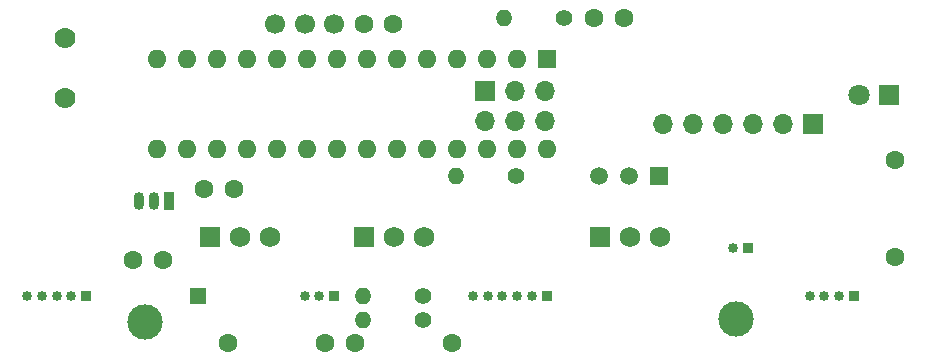
<source format=gbs>
G04 #@! TF.FileFunction,Soldermask,Bot*
%FSLAX46Y46*%
G04 Gerber Fmt 4.6, Leading zero omitted, Abs format (unit mm)*
G04 Created by KiCad (PCBNEW 4.0.7) date 06/15/19 11:15:53*
%MOMM*%
%LPD*%
G01*
G04 APERTURE LIST*
%ADD10C,0.100000*%
%ADD11R,0.850000X0.850000*%
%ADD12C,0.850000*%
%ADD13R,1.700000X1.700000*%
%ADD14O,1.700000X1.700000*%
%ADD15C,1.400000*%
%ADD16O,1.400000X1.400000*%
%ADD17C,1.750000*%
%ADD18R,1.750000X1.750000*%
%ADD19C,1.778000*%
%ADD20R,1.600000X1.600000*%
%ADD21O,1.600000X1.600000*%
%ADD22C,1.600000*%
%ADD23C,1.700000*%
%ADD24R,1.800000X1.800000*%
%ADD25C,1.800000*%
%ADD26C,3.000000*%
%ADD27O,0.900000X1.500000*%
%ADD28R,0.900000X1.500000*%
%ADD29R,1.350000X1.350000*%
%ADD30C,1.520000*%
%ADD31R,1.520000X1.520000*%
G04 APERTURE END LIST*
D10*
D11*
X205998000Y-112365000D03*
D12*
X204748000Y-112365000D03*
X203498000Y-112365000D03*
X202248000Y-112365000D03*
D13*
X202498000Y-97865000D03*
D14*
X199958000Y-97865000D03*
X197418000Y-97865000D03*
X194878000Y-97865000D03*
X192338000Y-97865000D03*
X189798000Y-97865000D03*
D15*
X169505000Y-112395000D03*
D16*
X164425000Y-112395000D03*
D17*
X156578000Y-107365000D03*
X154038000Y-107365000D03*
D18*
X151498000Y-107365000D03*
D19*
X139192000Y-95631000D03*
X139192000Y-90551000D03*
D20*
X179998000Y-92365000D03*
D21*
X146978000Y-99985000D03*
X177458000Y-92365000D03*
X149518000Y-99985000D03*
X174918000Y-92365000D03*
X152058000Y-99985000D03*
X172378000Y-92365000D03*
X154598000Y-99985000D03*
X169838000Y-92365000D03*
X157138000Y-99985000D03*
X167298000Y-92365000D03*
X159678000Y-99985000D03*
X164758000Y-92365000D03*
X162218000Y-99985000D03*
X162218000Y-92365000D03*
X164758000Y-99985000D03*
X159678000Y-92365000D03*
X167298000Y-99985000D03*
X157138000Y-92365000D03*
X169838000Y-99985000D03*
X154598000Y-92365000D03*
X172378000Y-99985000D03*
X152058000Y-92365000D03*
X174918000Y-99985000D03*
X149518000Y-92365000D03*
X177458000Y-99985000D03*
X146978000Y-92365000D03*
X179998000Y-99985000D03*
D22*
X161248000Y-116365000D03*
X152998000Y-116365000D03*
D23*
X156998000Y-89365000D03*
X159498000Y-89365000D03*
X161998000Y-89365000D03*
D22*
X150998000Y-103365000D03*
X153498000Y-103365000D03*
X144998000Y-109365000D03*
X147498000Y-109365000D03*
D24*
X208998000Y-95365000D03*
D25*
X206458000Y-95365000D03*
D11*
X196998000Y-108365000D03*
D12*
X195748000Y-108365000D03*
D26*
X195998000Y-114365000D03*
X145998000Y-114619000D03*
D27*
X146728000Y-104365000D03*
X145458000Y-104365000D03*
D28*
X147998000Y-104365000D03*
D22*
X166998000Y-89365000D03*
X164498000Y-89365000D03*
X163748000Y-116365000D03*
X171998000Y-116365000D03*
X209498000Y-109115000D03*
X209498000Y-100865000D03*
X186498000Y-88865000D03*
X183998000Y-88865000D03*
D15*
X181498000Y-88865000D03*
D16*
X176418000Y-88865000D03*
D17*
X169578000Y-107365000D03*
X167038000Y-107365000D03*
D18*
X164498000Y-107365000D03*
D17*
X189578000Y-107365000D03*
X187038000Y-107365000D03*
D18*
X184498000Y-107365000D03*
D15*
X169505000Y-114427000D03*
D16*
X164425000Y-114427000D03*
D11*
X161998000Y-112365000D03*
D12*
X160748000Y-112365000D03*
X159498000Y-112365000D03*
D29*
X150498000Y-112365000D03*
D11*
X140998000Y-112365000D03*
D12*
X139748000Y-112365000D03*
X138498000Y-112365000D03*
X137248000Y-112365000D03*
X135998000Y-112365000D03*
D11*
X179998000Y-112365000D03*
D12*
X178748000Y-112365000D03*
X177498000Y-112365000D03*
X176248000Y-112365000D03*
X174998000Y-112365000D03*
X173748000Y-112365000D03*
D30*
X186944000Y-102235000D03*
X184404000Y-102235000D03*
D31*
X189484000Y-102235000D03*
D15*
X177379000Y-102235000D03*
D16*
X172299000Y-102235000D03*
D13*
X174752000Y-94996000D03*
D14*
X174752000Y-97536000D03*
X177292000Y-94996000D03*
X177292000Y-97536000D03*
X179832000Y-94996000D03*
X179832000Y-97536000D03*
M02*

</source>
